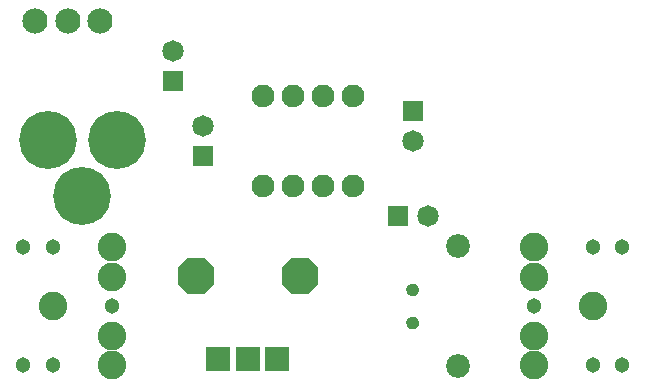
<source format=gts>
G75*
%MOIN*%
%OFA0B0*%
%FSLAX25Y25*%
%IPPOS*%
%LPD*%
%AMOC8*
5,1,8,0,0,1.08239X$1,22.5*
%
%ADD10R,0.07156X0.07156*%
%ADD11C,0.07156*%
%ADD12C,0.00500*%
%ADD13C,0.07600*%
%ADD14C,0.09518*%
%ADD15C,0.05124*%
%ADD16C,0.07943*%
%ADD17R,0.08337X0.08337*%
%ADD18OC8,0.12274*%
%ADD19C,0.19298*%
%ADD20C,0.08400*%
D10*
X0083573Y0086000D03*
X0073573Y0111000D03*
X0148573Y0066000D03*
X0153573Y0101000D03*
D11*
X0153573Y0091000D03*
X0158573Y0066000D03*
X0083573Y0096000D03*
X0073573Y0121000D03*
D12*
X0152455Y0042882D02*
X0152775Y0043093D01*
X0153133Y0043228D01*
X0153513Y0043280D01*
X0153913Y0043245D01*
X0154296Y0043122D01*
X0154641Y0042916D01*
X0154933Y0042639D01*
X0155155Y0042304D01*
X0155297Y0041928D01*
X0155352Y0041530D01*
X0155301Y0041137D01*
X0155164Y0040765D01*
X0154948Y0040433D01*
X0154663Y0040158D01*
X0154324Y0039952D01*
X0153947Y0039828D01*
X0153553Y0039790D01*
X0153169Y0039837D01*
X0152806Y0039967D01*
X0152480Y0040176D01*
X0152210Y0040451D01*
X0152007Y0040780D01*
X0151882Y0041146D01*
X0151843Y0041530D01*
X0151876Y0041911D01*
X0151994Y0042276D01*
X0152191Y0042605D01*
X0152455Y0042882D01*
X0152448Y0042875D02*
X0154685Y0042875D01*
X0155107Y0042376D02*
X0152054Y0042376D01*
X0151873Y0041878D02*
X0155304Y0041878D01*
X0155333Y0041379D02*
X0151858Y0041379D01*
X0151973Y0040881D02*
X0155207Y0040881D01*
X0154895Y0040382D02*
X0152277Y0040382D01*
X0153038Y0039884D02*
X0154117Y0039884D01*
X0153513Y0032260D02*
X0153913Y0032225D01*
X0154296Y0032102D01*
X0154641Y0031896D01*
X0154933Y0031619D01*
X0155155Y0031284D01*
X0155297Y0030908D01*
X0155352Y0030510D01*
X0155301Y0030117D01*
X0155164Y0029745D01*
X0154948Y0029413D01*
X0154663Y0029138D01*
X0154324Y0028932D01*
X0153947Y0028808D01*
X0153553Y0028770D01*
X0153169Y0028817D01*
X0152806Y0028947D01*
X0152480Y0029156D01*
X0152210Y0029431D01*
X0152007Y0029760D01*
X0151882Y0030126D01*
X0151843Y0030510D01*
X0151876Y0030891D01*
X0151994Y0031256D01*
X0152191Y0031585D01*
X0152455Y0031862D01*
X0152775Y0032073D01*
X0153133Y0032208D01*
X0153513Y0032260D01*
X0152524Y0031908D02*
X0154622Y0031908D01*
X0155072Y0031409D02*
X0152086Y0031409D01*
X0151883Y0030911D02*
X0155296Y0030911D01*
X0155340Y0030412D02*
X0151853Y0030412D01*
X0151955Y0029914D02*
X0155226Y0029914D01*
X0154949Y0029415D02*
X0152225Y0029415D01*
X0152891Y0028917D02*
X0154276Y0028917D01*
D13*
X0133573Y0076000D03*
X0123573Y0076000D03*
X0113573Y0076000D03*
X0103573Y0076000D03*
X0103573Y0106000D03*
X0113573Y0106000D03*
X0123573Y0106000D03*
X0133573Y0106000D03*
D14*
X0193888Y0055685D03*
X0193888Y0045843D03*
X0213573Y0036000D03*
X0193888Y0026157D03*
X0193888Y0016315D03*
X0053258Y0016315D03*
X0053258Y0026157D03*
X0033573Y0036000D03*
X0053258Y0045843D03*
X0053258Y0055685D03*
D15*
X0023730Y0016315D03*
X0033573Y0016315D03*
X0053258Y0036000D03*
X0033573Y0055685D03*
X0023730Y0055685D03*
X0193888Y0036000D03*
X0213573Y0055685D03*
X0223415Y0055685D03*
X0223415Y0016315D03*
X0213573Y0016315D03*
D16*
X0168573Y0016000D03*
X0168573Y0056000D03*
D17*
X0108415Y0018441D03*
X0098573Y0018441D03*
X0088730Y0018441D03*
D18*
X0081250Y0046000D03*
X0115896Y0046000D03*
D19*
X0043337Y0072890D03*
X0031919Y0091394D03*
X0055148Y0091394D03*
D20*
X0049273Y0131000D03*
X0038573Y0131000D03*
X0027873Y0131000D03*
M02*

</source>
